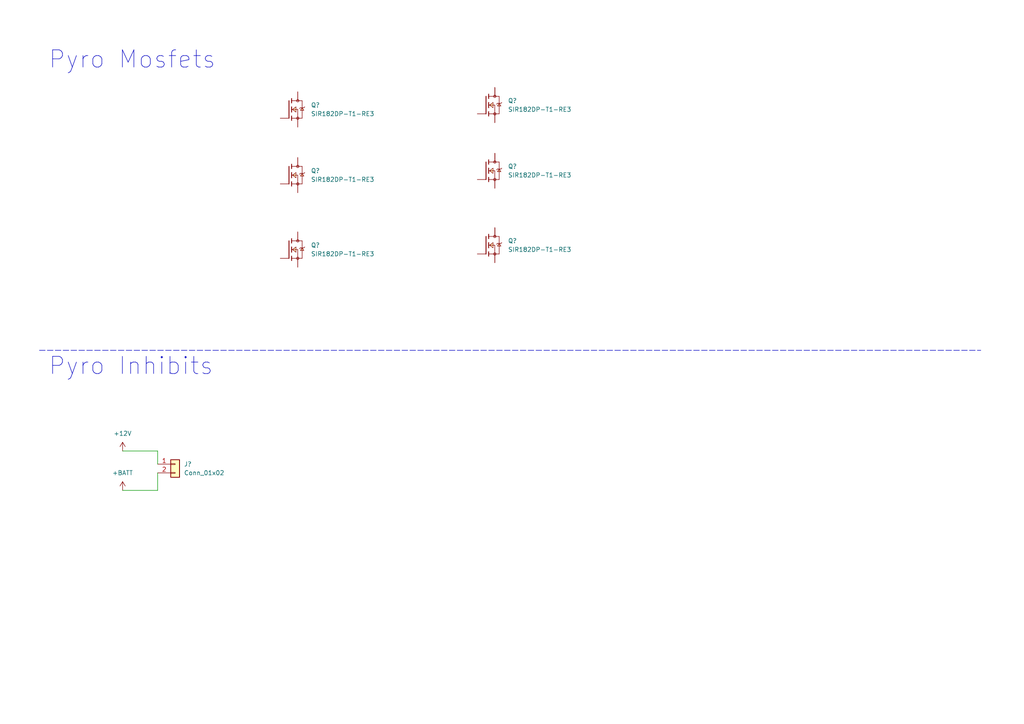
<source format=kicad_sch>
(kicad_sch (version 20211123) (generator eeschema)
  (paper "A4")
  (lib_symbols
    (symbol "Connector_Generic:Conn_01x02" (pin_names (offset 1.016) hide)
      (property "Reference" "J" (at 0 2.54 0))
      (property "Value" "Conn_01x02" (at 0 -5.08 0))
      (symbol "Conn_01x02_1_1"
        (rectangle (start -1.27 -2.413) (end 0 -2.667) (stroke (width 0.1524)))
        (rectangle (start -1.27 0.127) (end 0 -0.127) (stroke (width 0.1524)))
        (rectangle (start -1.27 1.27) (end 1.27 -3.81) (stroke (width 0.254)) (fill (type background)))
        (pin passive line (at -5.08 0 0) (length 3.81) (name "Pin_1") (number "1"))
        (pin passive line (at -5.08 -2.54 0) (length 3.81) (name "Pin_2") (number "2"))
      )
    )
    (symbol "SIR182DP-T1-RE3:SIR182DP-T1-RE3" (pin_numbers hide) (pin_names (offset 1.016) hide)
      (property "Reference" "Q" (at -8.89 2.54 0))
      (property "Value" "SIR182DP-T1-RE3" (at 12.7 -3.81 0))
      (symbol "SIR182DP-T1-RE3_0_0"
        (polyline (pts (xy 0 2.54) (xy 0 -2.54)) (stroke (width 0.254)))
        (polyline (pts (xy 0.762 -2.54) (xy 0.762 -3.175)) (stroke (width 0.254)))
        (polyline (pts (xy 0.762 -1.905) (xy 0.762 -2.54)) (stroke (width 0.254)))
        (polyline (pts (xy 0.762 0) (xy 0.762 -0.762)) (stroke (width 0.254)))
        (polyline (pts (xy 0.762 0) (xy 2.54 0)) (stroke (width 0.1524)))
        (polyline (pts (xy 0.762 0.762) (xy 0.762 0)) (stroke (width 0.254)))
        (polyline (pts (xy 0.762 2.54) (xy 0.762 1.905)) (stroke (width 0.254)))
        (polyline (pts (xy 0.762 2.54) (xy 3.81 2.54)) (stroke (width 0.1524)))
        (polyline (pts (xy 0.762 3.175) (xy 0.762 2.54)) (stroke (width 0.254)))
        (polyline (pts (xy 2.54 -2.54) (xy 0.762 -2.54)) (stroke (width 0.1524)))
        (polyline (pts (xy 2.54 -2.54) (xy 3.81 -2.54)) (stroke (width 0.1524)))
        (polyline (pts (xy 2.54 0) (xy 2.54 -2.54)) (stroke (width 0.1524)))
        (polyline (pts (xy 3.302 0.508) (xy 3.048 0.254)) (stroke (width 0.1524)))
        (polyline (pts (xy 3.81 0.508) (xy 3.302 0.508)) (stroke (width 0.1524)))
        (polyline (pts (xy 3.81 0.508) (xy 3.81 -2.54)) (stroke (width 0.1524)))
        (polyline (pts (xy 3.81 2.54) (xy 3.81 0.508)) (stroke (width 0.1524)))
        (polyline (pts (xy 4.318 0.508) (xy 3.81 0.508)) (stroke (width 0.1524)))
        (polyline (pts (xy 4.572 0.762) (xy 4.318 0.508)) (stroke (width 0.1524)))
        (polyline (pts (xy 1.016 0) (xy 2.032 0.762) (xy 2.032 -0.762) (xy 1.016 0)) (stroke (width 0.1524)) (fill (type background)))
        (polyline (pts (xy 3.81 0.508) (xy 3.302 -0.254) (xy 4.318 -0.254) (xy 3.81 0.508)) (stroke (width 0.1524)) (fill (type background)))
        (circle (center 2.54 -2.54) (radius 0.3556))
        (circle (center 2.54 2.54) (radius 0.3556))
        (pin passive line (at 2.54 -5.08 90) (length 2.54) (name "~") (number "1"))
        (pin passive line (at 2.54 -5.08 90) (length 2.54) (name "~") (number "2"))
        (pin passive line (at 2.54 -5.08 90) (length 2.54) (name "~") (number "3"))
        (pin passive line (at -2.54 -2.54 0) (length 2.54) (name "~") (number "4"))
        (pin passive line (at 2.54 5.08 270) (length 2.54) (name "~") (number "5"))
        (pin passive line (at 2.54 5.08 270) (length 2.54) (name "~") (number "6"))
        (pin passive line (at 2.54 5.08 270) (length 2.54) (name "~") (number "7"))
        (pin passive line (at 2.54 5.08 270) (length 2.54) (name "~") (number "8"))
        (pin passive line (at 2.54 5.08 270) (length 2.54) (name "~") (number "9"))
      )
    )
    (symbol "power:+12V" (power) (pin_names (offset 0))
      (property "Value" "+12V" (at 0 3.556 0))
      (symbol "+12V_0_1"
        (polyline (pts (xy -0.762 1.27) (xy 0 2.54)))
        (polyline (pts (xy 0 0) (xy 0 2.54)))
        (polyline (pts (xy 0 2.54) (xy 0.762 1.27)))
      )
      (symbol "+12V_1_1"
        (pin power_in line (at 0 0 90) (length 0) hide (name "+12V") (number "1"))
      )
    )
    (symbol "power:+BATT" (power) (pin_names (offset 0))
      (property "Value" "+BATT" (at 0 3.556 0))
      (symbol "+BATT_0_1"
        (polyline (pts (xy -0.762 1.27) (xy 0 2.54)))
        (polyline (pts (xy 0 0) (xy 0 2.54)))
        (polyline (pts (xy 0 2.54) (xy 0.762 1.27)))
      )
      (symbol "+BATT_1_1"
        (pin power_in line (at 0 0 90) (length 0) hide (name "+BATT") (number "1"))
      )
    )
  )
  (wire (pts (xy 45.72 134.62) (xy 45.72 130.81)))
  (wire (pts (xy 45.72 137.16) (xy 45.72 142.24)))
  (polyline (pts (xy 11.43 101.6) (xy 284.48 101.6)))
  (wire (pts (xy 35.56 130.81) (xy 45.72 130.81)))
  (wire (pts (xy 35.56 142.24) (xy 45.72 142.24)))
  (text "Pyro Inhibits" (at 13.97 109.22 0) (effects (font (size 5 5)) (justify left bottom)))
  (text "Pyro Mosfets\n" (at 13.97 20.32 0) (effects (font (size 5 5)) (justify left bottom)))
  (symbol (lib_id "Connector_Generic:Conn_01x02") (at 50.8 134.62 0) (unit 1)
    (property "Reference" "J?" (at 53.34 134.6199 0) (effects (justify left)))
    (property "Value" "Conn_01x02" (at 53.34 137.1599 0) (effects (justify left)))
  )
  (symbol (lib_id "SIR182DP-T1-RE3:SIR182DP-T1-RE3") (at 83.82 72.39 0) (unit 1)
    (property "Reference" "Q?" (at 90.17 71.1199 0) (effects (justify left)))
    (property "Value" "SIR182DP-T1-RE3" (at 90.17 73.6599 0) (effects (justify left)))
    (property "Footprint" "TRANS_SIR182DP-T1-RE3" (effects hide))
    (property "PARTREV" "B" (effects hide))
    (property "MF" "Vishay" (effects hide))
    (property "STANDARD" "Manufacturer Recommendations" (effects hide))
  )
  (symbol (lib_id "power:+BATT") (at 35.56 142.24 0) (unit 1)
    (property "Reference" "#PWR0123" (effects hide))
    (property "Value" "+BATT" (at 35.56 137.16 0))
  )
  (symbol (lib_id "SIR182DP-T1-RE3:SIR182DP-T1-RE3") (at 140.97 49.53 0) (unit 1)
    (property "Reference" "Q?" (at 147.32 48.2599 0) (effects (justify left)))
    (property "Value" "SIR182DP-T1-RE3" (at 147.32 50.7999 0) (effects (justify left)))
    (property "Footprint" "TRANS_SIR182DP-T1-RE3" (effects hide))
    (property "PARTREV" "B" (effects hide))
    (property "MF" "Vishay" (effects hide))
    (property "STANDARD" "Manufacturer Recommendations" (effects hide))
  )
  (symbol (lib_id "SIR182DP-T1-RE3:SIR182DP-T1-RE3") (at 140.97 71.12 0) (unit 1)
    (property "Reference" "Q?" (at 147.32 69.8499 0) (effects (justify left)))
    (property "Value" "SIR182DP-T1-RE3" (at 147.32 72.3899 0) (effects (justify left)))
    (property "Footprint" "TRANS_SIR182DP-T1-RE3" (effects hide))
    (property "PARTREV" "B" (effects hide))
    (property "MF" "Vishay" (effects hide))
    (property "STANDARD" "Manufacturer Recommendations" (effects hide))
  )
  (symbol (lib_id "SIR182DP-T1-RE3:SIR182DP-T1-RE3") (at 140.97 30.48 0) (unit 1)
    (property "Reference" "Q?" (at 147.32 29.2099 0) (effects (justify left)))
    (property "Value" "SIR182DP-T1-RE3" (at 147.32 31.7499 0) (effects (justify left)))
    (property "Footprint" "TRANS_SIR182DP-T1-RE3" (effects hide))
    (property "PARTREV" "B" (effects hide))
    (property "MF" "Vishay" (effects hide))
    (property "STANDARD" "Manufacturer Recommendations" (effects hide))
  )
  (symbol (lib_id "SIR182DP-T1-RE3:SIR182DP-T1-RE3") (at 83.82 31.75 0) (unit 1)
    (property "Reference" "Q?" (at 90.17 30.4799 0) (effects (justify left)))
    (property "Value" "SIR182DP-T1-RE3" (at 90.17 33.0199 0) (effects (justify left)))
    (property "Footprint" "TRANS_SIR182DP-T1-RE3" (effects hide))
    (property "PARTREV" "B" (effects hide))
    (property "MF" "Vishay" (effects hide))
    (property "STANDARD" "Manufacturer Recommendations" (effects hide))
  )
  (symbol (lib_id "power:+12V") (at 35.56 130.81 0) (unit 1)
    (property "Reference" "#PWR0124" (effects hide))
    (property "Value" "+12V" (at 35.56 125.73 0))
  )
  (symbol (lib_id "SIR182DP-T1-RE3:SIR182DP-T1-RE3") (at 83.82 50.8 0) (unit 1)
    (property "Reference" "Q?" (at 90.17 49.5299 0) (effects (justify left)))
    (property "Value" "SIR182DP-T1-RE3" (at 90.17 52.0699 0) (effects (justify left)))
    (property "Footprint" "TRANS_SIR182DP-T1-RE3" (effects hide))
    (property "PARTREV" "B" (effects hide))
    (property "MF" "Vishay" (effects hide))
    (property "STANDARD" "Manufacturer Recommendations" (effects hide))
  )
)
</source>
